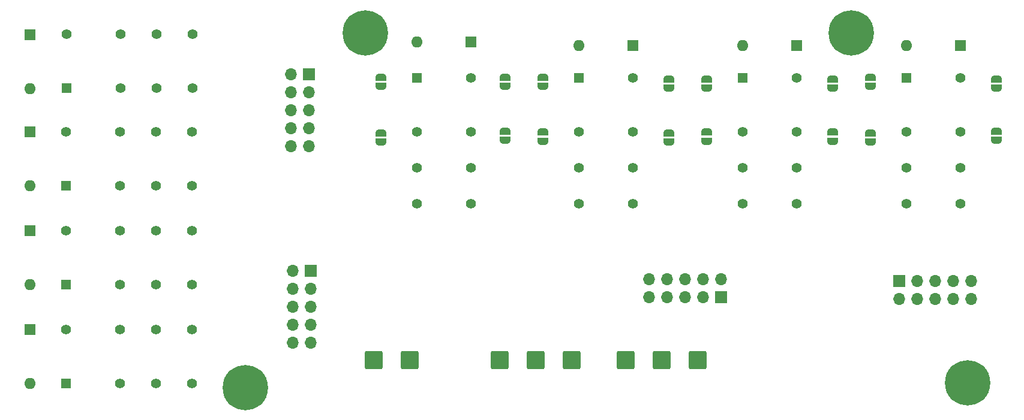
<source format=gbr>
%TF.GenerationSoftware,KiCad,Pcbnew,7.0.6*%
%TF.CreationDate,2023-11-23T12:54:35+01:00*%
%TF.ProjectId,mainboard,6d61696e-626f-4617-9264-2e6b69636164,1*%
%TF.SameCoordinates,Original*%
%TF.FileFunction,Soldermask,Top*%
%TF.FilePolarity,Negative*%
%FSLAX46Y46*%
G04 Gerber Fmt 4.6, Leading zero omitted, Abs format (unit mm)*
G04 Created by KiCad (PCBNEW 7.0.6) date 2023-11-23 12:54:35*
%MOMM*%
%LPD*%
G01*
G04 APERTURE LIST*
G04 Aperture macros list*
%AMRoundRect*
0 Rectangle with rounded corners*
0 $1 Rounding radius*
0 $2 $3 $4 $5 $6 $7 $8 $9 X,Y pos of 4 corners*
0 Add a 4 corners polygon primitive as box body*
4,1,4,$2,$3,$4,$5,$6,$7,$8,$9,$2,$3,0*
0 Add four circle primitives for the rounded corners*
1,1,$1+$1,$2,$3*
1,1,$1+$1,$4,$5*
1,1,$1+$1,$6,$7*
1,1,$1+$1,$8,$9*
0 Add four rect primitives between the rounded corners*
20,1,$1+$1,$2,$3,$4,$5,0*
20,1,$1+$1,$4,$5,$6,$7,0*
20,1,$1+$1,$6,$7,$8,$9,0*
20,1,$1+$1,$8,$9,$2,$3,0*%
%AMFreePoly0*
4,1,19,0.500000,-0.750000,0.000000,-0.750000,0.000000,-0.744911,-0.071157,-0.744911,-0.207708,-0.704816,-0.327430,-0.627875,-0.420627,-0.520320,-0.479746,-0.390866,-0.500000,-0.250000,-0.500000,0.250000,-0.479746,0.390866,-0.420627,0.520320,-0.327430,0.627875,-0.207708,0.704816,-0.071157,0.744911,0.000000,0.744911,0.000000,0.750000,0.500000,0.750000,0.500000,-0.750000,0.500000,-0.750000,
$1*%
%AMFreePoly1*
4,1,19,0.000000,0.744911,0.071157,0.744911,0.207708,0.704816,0.327430,0.627875,0.420627,0.520320,0.479746,0.390866,0.500000,0.250000,0.500000,-0.250000,0.479746,-0.390866,0.420627,-0.520320,0.327430,-0.627875,0.207708,-0.704816,0.071157,-0.744911,0.000000,-0.744911,0.000000,-0.750000,-0.500000,-0.750000,-0.500000,0.750000,0.000000,0.750000,0.000000,0.744911,0.000000,0.744911,
$1*%
G04 Aperture macros list end*
%ADD10RoundRect,0.249999X-1.025001X-1.025001X1.025001X-1.025001X1.025001X1.025001X-1.025001X1.025001X0*%
%ADD11FreePoly0,270.000000*%
%ADD12FreePoly1,270.000000*%
%ADD13R,1.700000X1.700000*%
%ADD14O,1.700000X1.700000*%
%ADD15C,0.800000*%
%ADD16C,6.400000*%
%ADD17R,1.600000X1.600000*%
%ADD18O,1.600000X1.600000*%
%ADD19R,1.400000X1.400000*%
%ADD20C,1.400000*%
%ADD21FreePoly0,90.000000*%
%ADD22FreePoly1,90.000000*%
G04 APERTURE END LIST*
D10*
%TO.C,J36*%
X136435000Y-123745500D03*
%TD*%
%TO.C,J39*%
X146595000Y-123745500D03*
%TD*%
D11*
%TO.C,JP6*%
X183425000Y-83979500D03*
D12*
X183425000Y-85279500D03*
%TD*%
D13*
%TO.C,J3*%
X109785000Y-111075500D03*
D14*
X107245000Y-111075500D03*
X109785000Y-113615500D03*
X107245000Y-113615500D03*
X109785000Y-116155500D03*
X107245000Y-116155500D03*
X109785000Y-118695500D03*
X107245000Y-118695500D03*
X109785000Y-121235500D03*
X107245000Y-121235500D03*
%TD*%
D15*
%TO.C,REF\u002A\u002A*%
X183604052Y-77470000D03*
X184306996Y-75772944D03*
X184306996Y-79167056D03*
X186004052Y-75070000D03*
D16*
X186004052Y-77470000D03*
D15*
X186004052Y-79870000D03*
X187701108Y-75772944D03*
X187701108Y-79167056D03*
X188404052Y-77470000D03*
%TD*%
D17*
%TO.C,D6*%
X178345000Y-79295500D03*
D18*
X170725000Y-79295500D03*
%TD*%
D11*
%TO.C,JP11*%
X142531000Y-91487500D03*
D12*
X142531000Y-92787500D03*
%TD*%
D19*
%TO.C,K6*%
X75253500Y-99060000D03*
D20*
X82873500Y-99060000D03*
X87953500Y-99060000D03*
X93033500Y-99060000D03*
X93033500Y-91440000D03*
X87953500Y-91440000D03*
X82873500Y-91440000D03*
X75253500Y-91440000D03*
%TD*%
D19*
%TO.C,K5*%
X124751000Y-83867500D03*
D20*
X124751000Y-91487500D03*
X124751000Y-96567500D03*
X124751000Y-101647500D03*
X132371000Y-101647500D03*
X132371000Y-96567500D03*
X132371000Y-91487500D03*
X132371000Y-83867500D03*
%TD*%
D11*
%TO.C,JP12*%
X119671000Y-91599500D03*
D12*
X119671000Y-92899500D03*
%TD*%
D21*
%TO.C,JP16*%
X119671000Y-85025500D03*
D22*
X119671000Y-83725500D03*
%TD*%
D15*
%TO.C,REF\u002A\u002A*%
X98094052Y-127580000D03*
X98796996Y-125882944D03*
X98796996Y-129277056D03*
X100494052Y-125180000D03*
D16*
X100494052Y-127580000D03*
D15*
X100494052Y-129980000D03*
X102191108Y-125882944D03*
X102191108Y-129277056D03*
X102894052Y-127580000D03*
%TD*%
D10*
%TO.C,J37*%
X154215000Y-123745500D03*
%TD*%
D17*
%TO.C,D8*%
X132371000Y-78787500D03*
D18*
X124751000Y-78787500D03*
%TD*%
D11*
%TO.C,JP9*%
X188759000Y-91599500D03*
D12*
X188759000Y-92899500D03*
%TD*%
D21*
%TO.C,JP13*%
X188759000Y-85025500D03*
D22*
X188759000Y-83725500D03*
%TD*%
D15*
%TO.C,REF\u002A\u002A*%
X115094052Y-77470000D03*
X115796996Y-75772944D03*
X115796996Y-79167056D03*
X117494052Y-75070000D03*
D16*
X117494052Y-77470000D03*
D15*
X117494052Y-79870000D03*
X119191108Y-75772944D03*
X119191108Y-79167056D03*
X119894052Y-77470000D03*
%TD*%
D10*
%TO.C,J33*%
X123735000Y-123745500D03*
%TD*%
D11*
%TO.C,JP10*%
X165645000Y-91487500D03*
D12*
X165645000Y-92787500D03*
%TD*%
D17*
%TO.C,D10*%
X70173500Y-91440000D03*
D18*
X70173500Y-99060000D03*
%TD*%
D19*
%TO.C,K8*%
X75253500Y-113030000D03*
D20*
X82873500Y-113030000D03*
X87953500Y-113030000D03*
X93033500Y-113030000D03*
X93033500Y-105410000D03*
X87953500Y-105410000D03*
X82873500Y-105410000D03*
X75253500Y-105410000D03*
%TD*%
D17*
%TO.C,D12*%
X70173500Y-105410000D03*
D18*
X70173500Y-113030000D03*
%TD*%
D21*
%TO.C,JP14*%
X165645000Y-85279500D03*
D22*
X165645000Y-83979500D03*
%TD*%
D13*
%TO.C,J18*%
X167647000Y-114875500D03*
D14*
X167647000Y-112335500D03*
X165107000Y-114875500D03*
X165107000Y-112335500D03*
X162567000Y-114875500D03*
X162567000Y-112335500D03*
X160027000Y-114875500D03*
X160027000Y-112335500D03*
X157487000Y-114875500D03*
X157487000Y-112335500D03*
%TD*%
D19*
%TO.C,K7*%
X75221000Y-127000000D03*
D20*
X82841000Y-127000000D03*
X87921000Y-127000000D03*
X93001000Y-127000000D03*
X93001000Y-119380000D03*
X87921000Y-119380000D03*
X82841000Y-119380000D03*
X75221000Y-119380000D03*
%TD*%
D17*
%TO.C,D11*%
X70141000Y-119380000D03*
D18*
X70141000Y-127000000D03*
%TD*%
D10*
%TO.C,J32*%
X118655000Y-123745500D03*
%TD*%
D19*
%TO.C,K1*%
X193839000Y-83867500D03*
D20*
X193839000Y-91487500D03*
X193839000Y-96567500D03*
X193839000Y-101647500D03*
X201459000Y-101647500D03*
X201459000Y-96567500D03*
X201459000Y-91487500D03*
X201459000Y-83867500D03*
%TD*%
D17*
%TO.C,D9*%
X70173500Y-77724000D03*
D18*
X70173500Y-85344000D03*
%TD*%
D17*
%TO.C,D7*%
X155231000Y-79295500D03*
D18*
X147611000Y-79295500D03*
%TD*%
D17*
%TO.C,D5*%
X201459000Y-79295500D03*
D18*
X193839000Y-79295500D03*
%TD*%
D15*
%TO.C,REF\u002A\u002A*%
X200094052Y-126980000D03*
X200796996Y-125282944D03*
X200796996Y-128677056D03*
X202494052Y-124580000D03*
D16*
X202494052Y-126980000D03*
D15*
X202494052Y-129380000D03*
X204191108Y-125282944D03*
X204191108Y-128677056D03*
X204894052Y-126980000D03*
%TD*%
D10*
%TO.C,J35*%
X141515000Y-123745500D03*
%TD*%
D13*
%TO.C,J19*%
X192853000Y-112549500D03*
D14*
X192853000Y-115089500D03*
X195393000Y-112549500D03*
X195393000Y-115089500D03*
X197933000Y-112549500D03*
X197933000Y-115089500D03*
X200473000Y-112549500D03*
X200473000Y-115089500D03*
X203013000Y-112549500D03*
X203013000Y-115089500D03*
%TD*%
D11*
%TO.C,JP8*%
X137197000Y-83725500D03*
D12*
X137197000Y-85025500D03*
%TD*%
D11*
%TO.C,JP1*%
X206539000Y-91345500D03*
D12*
X206539000Y-92645500D03*
%TD*%
D19*
%TO.C,K4*%
X147611000Y-83867500D03*
D20*
X147611000Y-91487500D03*
X147611000Y-96567500D03*
X147611000Y-101647500D03*
X155231000Y-101647500D03*
X155231000Y-96567500D03*
X155231000Y-91487500D03*
X155231000Y-83867500D03*
%TD*%
D10*
%TO.C,J38*%
X159295000Y-123745500D03*
%TD*%
D21*
%TO.C,JP15*%
X142531000Y-85025500D03*
D22*
X142531000Y-83725500D03*
%TD*%
D11*
%TO.C,JP3*%
X160311000Y-91599500D03*
D12*
X160311000Y-92899500D03*
%TD*%
D11*
%TO.C,JP4*%
X137197000Y-91345500D03*
D12*
X137197000Y-92645500D03*
%TD*%
D13*
%TO.C,J1*%
X109511000Y-83359500D03*
D14*
X106971000Y-83359500D03*
X109511000Y-85899500D03*
X106971000Y-85899500D03*
X109511000Y-88439500D03*
X106971000Y-88439500D03*
X109511000Y-90979500D03*
X106971000Y-90979500D03*
X109511000Y-93519500D03*
X106971000Y-93519500D03*
%TD*%
D11*
%TO.C,JP5*%
X206539000Y-83979500D03*
D12*
X206539000Y-85279500D03*
%TD*%
D10*
%TO.C,J40*%
X164375000Y-123745500D03*
%TD*%
D19*
%TO.C,K2*%
X75286000Y-85296500D03*
D20*
X82906000Y-85296500D03*
X87986000Y-85296500D03*
X93066000Y-85296500D03*
X93066000Y-77676500D03*
X87986000Y-77676500D03*
X82906000Y-77676500D03*
X75286000Y-77676500D03*
%TD*%
D19*
%TO.C,K3*%
X170725000Y-83867500D03*
D20*
X170725000Y-91487500D03*
X170725000Y-96567500D03*
X170725000Y-101647500D03*
X178345000Y-101647500D03*
X178345000Y-96567500D03*
X178345000Y-91487500D03*
X178345000Y-83867500D03*
%TD*%
D11*
%TO.C,JP2*%
X183425000Y-91487500D03*
D12*
X183425000Y-92787500D03*
%TD*%
D11*
%TO.C,JP7*%
X160311000Y-83979500D03*
D12*
X160311000Y-85279500D03*
%TD*%
M02*

</source>
